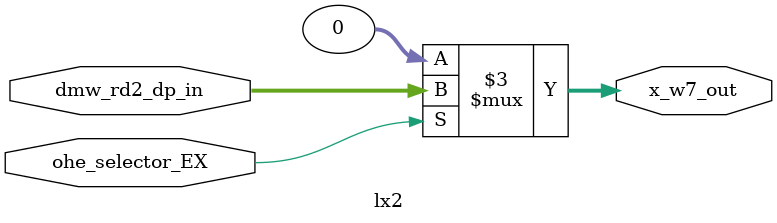
<source format=v>




`timescale 1ns/1ps

// module lx2 : lx2
module lx2
  ( input                    ohe_selector_EX,
    input      signed [31:0] dmw_rd2_dp_in, // w32
    output reg signed [31:0] x_w7_out // w32
  );


`include "primitives.v"

  always @ (*)

  begin : p_lx2

    x_w7_out = 32'sh0;

    if (ohe_selector_EX) // (lxR2_copy0_dmw_rd2_lx2_EX)
    begin
      // [cnn.n:127]
      x_w7_out = dmw_rd2_dp_in;
    end

  end

endmodule

</source>
